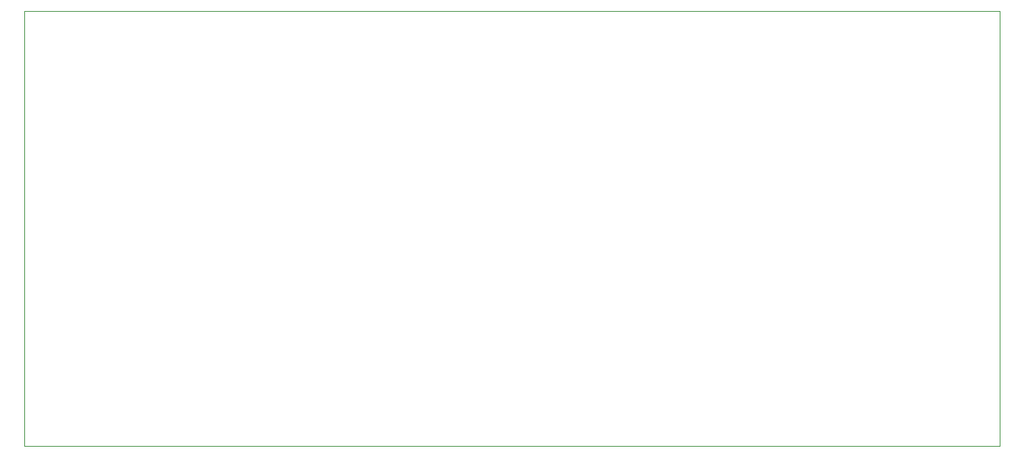
<source format=gko>
G04*
G04 #@! TF.GenerationSoftware,Altium Limited,Altium Designer,20.0.11 (256)*
G04*
G04 Layer_Color=16711935*
%FSLAX25Y25*%
%MOIN*%
G70*
G01*
G75*
%ADD147C,0.00200*%
D147*
X-313Y0D02*
X441050D01*
X441050Y196850D02*
X441050Y0D01*
X-313Y196850D02*
X441050D01*
X-313D02*
X-313Y0D01*
X441050Y196850D02*
X441050Y0D01*
M02*

</source>
